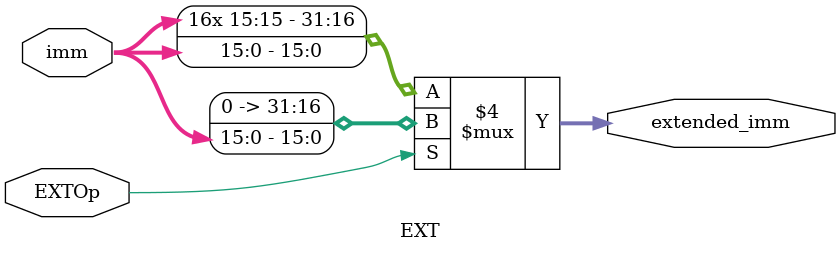
<source format=v>
module EXT(
    input [15:0] imm,
    input EXTOp,
    output reg [31:0] extended_imm);

    always @(*) begin
        if (EXTOp == 0)     extended_imm = {{16{imm[15]}}, imm} ;
        else                extended_imm = {{16'd0}, imm} ;
    end
    

endmodule
</source>
